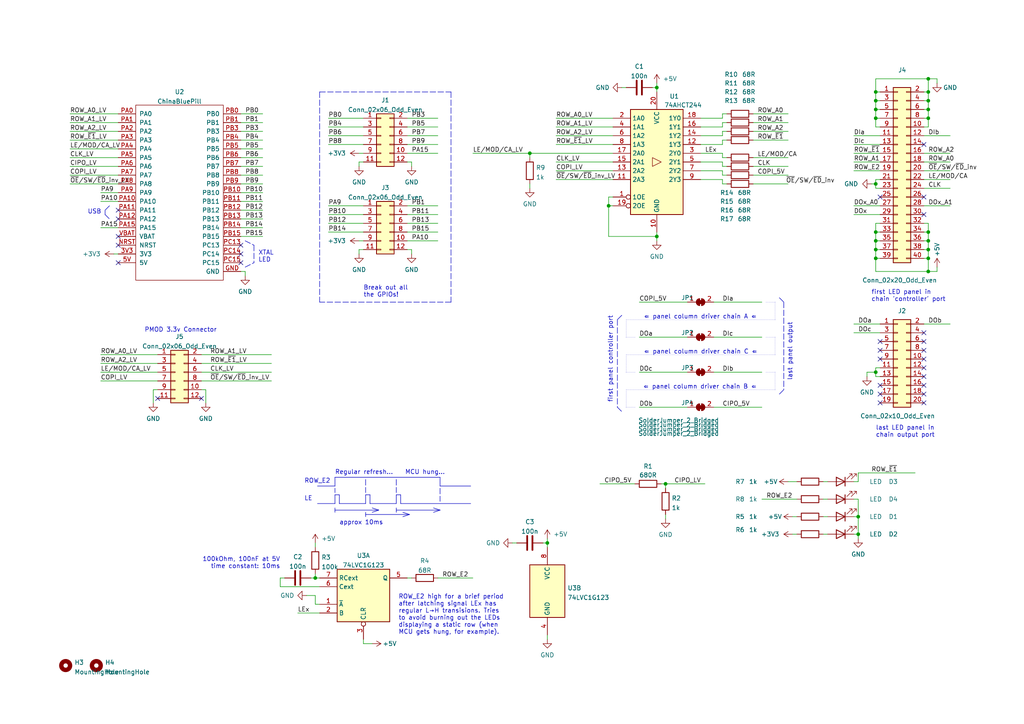
<source format=kicad_sch>
(kicad_sch (version 20210621) (generator eeschema)
  (paper "A4")
  (junction (at 91.44 167.64))
  (junction (at 153.67 44.45))
  (junction (at 158.75 157.48))
  (junction (at 176.53 59.69))
  (junction (at 190.5 25.4))
  (junction (at 190.5 68.58))
  (junction (at 193.04 140.335))
  (junction (at 248.92 149.86))
  (junction (at 248.92 154.94))
  (junction (at 254 26.67))
  (junction (at 254 29.21))
  (junction (at 254 31.75))
  (junction (at 254 34.29))
  (junction (at 254 53.34))
  (junction (at 254 67.31))
  (junction (at 254 69.85))
  (junction (at 254 72.39))
  (junction (at 254 74.93))
  (junction (at 254 107.95))
  (junction (at 269.24 22.86))
  (junction (at 269.24 26.67))
  (junction (at 269.24 29.21))
  (junction (at 269.24 31.75))
  (junction (at 269.24 34.29))
  (junction (at 269.24 67.31))
  (junction (at 269.24 69.85))
  (junction (at 269.24 72.39))
  (junction (at 269.24 74.93))
  (junction (at 269.24 78.74))
  (no_connect (at 34.29 60.96))
  (no_connect (at 34.29 63.5))
  (no_connect (at 34.29 68.58))
  (no_connect (at 34.29 71.12))
  (no_connect (at 34.29 76.2))
  (no_connect (at 45.72 115.57))
  (no_connect (at 58.42 115.57))
  (no_connect (at 69.85 71.12))
  (no_connect (at 69.85 73.66))
  (no_connect (at 69.85 76.2))
  (no_connect (at 255.27 57.15))
  (no_connect (at 255.27 99.06))
  (no_connect (at 255.27 101.6))
  (no_connect (at 255.27 104.14))
  (no_connect (at 255.27 111.76))
  (no_connect (at 255.27 114.3))
  (no_connect (at 255.27 116.84))
  (no_connect (at 267.97 41.91))
  (no_connect (at 267.97 57.15))
  (no_connect (at 267.97 62.23))
  (no_connect (at 267.97 96.52))
  (no_connect (at 267.97 99.06))
  (no_connect (at 267.97 101.6))
  (no_connect (at 267.97 104.14))
  (no_connect (at 267.97 106.68))
  (no_connect (at 267.97 109.22))
  (no_connect (at 267.97 111.76))
  (no_connect (at 267.97 114.3))
  (no_connect (at 267.97 116.84))
  (wire (pts (xy 20.32 33.02) (xy 34.29 33.02)))
  (wire (pts (xy 20.32 35.56) (xy 34.29 35.56)))
  (wire (pts (xy 20.32 38.1) (xy 34.29 38.1)))
  (wire (pts (xy 20.32 40.64) (xy 34.29 40.64)))
  (wire (pts (xy 20.32 43.18) (xy 34.29 43.18)))
  (wire (pts (xy 20.32 45.72) (xy 34.29 45.72)))
  (wire (pts (xy 20.32 48.26) (xy 34.29 48.26)))
  (wire (pts (xy 20.32 50.8) (xy 34.29 50.8)))
  (wire (pts (xy 20.32 53.34) (xy 34.29 53.34)))
  (wire (pts (xy 29.21 55.88) (xy 34.29 55.88)))
  (wire (pts (xy 29.21 58.42) (xy 34.29 58.42)))
  (wire (pts (xy 29.21 66.04) (xy 34.29 66.04)))
  (wire (pts (xy 29.21 102.87) (xy 45.72 102.87)))
  (wire (pts (xy 29.21 105.41) (xy 45.72 105.41)))
  (wire (pts (xy 29.21 110.49) (xy 45.72 110.49)))
  (wire (pts (xy 33.02 73.66) (xy 34.29 73.66)))
  (wire (pts (xy 44.45 113.03) (xy 44.45 116.84)))
  (wire (pts (xy 45.72 107.95) (xy 29.21 107.95)))
  (wire (pts (xy 45.72 113.03) (xy 44.45 113.03)))
  (wire (pts (xy 58.42 102.87) (xy 78.74 102.87)))
  (wire (pts (xy 58.42 105.41) (xy 78.74 105.41)))
  (wire (pts (xy 58.42 107.95) (xy 78.74 107.95)))
  (wire (pts (xy 58.42 110.49) (xy 78.74 110.49)))
  (wire (pts (xy 58.42 113.03) (xy 59.69 113.03)))
  (wire (pts (xy 59.69 113.03) (xy 59.69 116.84)))
  (wire (pts (xy 69.85 33.02) (xy 76.2 33.02)))
  (wire (pts (xy 69.85 35.56) (xy 76.2 35.56)))
  (wire (pts (xy 69.85 38.1) (xy 76.2 38.1)))
  (wire (pts (xy 69.85 40.64) (xy 76.2 40.64)))
  (wire (pts (xy 69.85 43.18) (xy 76.2 43.18)))
  (wire (pts (xy 69.85 45.72) (xy 76.2 45.72)))
  (wire (pts (xy 69.85 48.26) (xy 76.2 48.26)))
  (wire (pts (xy 69.85 50.8) (xy 76.2 50.8)))
  (wire (pts (xy 69.85 53.34) (xy 76.2 53.34)))
  (wire (pts (xy 69.85 55.88) (xy 76.2 55.88)))
  (wire (pts (xy 69.85 58.42) (xy 76.2 58.42)))
  (wire (pts (xy 69.85 60.96) (xy 76.2 60.96)))
  (wire (pts (xy 69.85 63.5) (xy 76.2 63.5)))
  (wire (pts (xy 69.85 66.04) (xy 76.2 66.04)))
  (wire (pts (xy 69.85 68.58) (xy 76.2 68.58)))
  (wire (pts (xy 69.85 78.74) (xy 71.12 78.74)))
  (wire (pts (xy 71.12 78.74) (xy 71.12 80.01)))
  (wire (pts (xy 81.28 167.64) (xy 82.55 167.64)))
  (wire (pts (xy 81.28 170.18) (xy 81.28 167.64)))
  (wire (pts (xy 88.9 172.72) (xy 91.44 172.72)))
  (wire (pts (xy 90.17 167.64) (xy 91.44 167.64)))
  (wire (pts (xy 91.44 157.48) (xy 91.44 158.75)))
  (wire (pts (xy 91.44 166.37) (xy 91.44 167.64)))
  (wire (pts (xy 91.44 167.64) (xy 92.71 167.64)))
  (wire (pts (xy 91.44 172.72) (xy 91.44 175.26)))
  (wire (pts (xy 91.44 175.26) (xy 92.71 175.26)))
  (wire (pts (xy 92.71 170.18) (xy 81.28 170.18)))
  (wire (pts (xy 92.71 177.8) (xy 86.36 177.8)))
  (wire (pts (xy 95.25 34.29) (xy 105.41 34.29)))
  (wire (pts (xy 95.25 36.83) (xy 105.41 36.83)))
  (wire (pts (xy 95.25 39.37) (xy 105.41 39.37)))
  (wire (pts (xy 95.25 41.91) (xy 105.41 41.91)))
  (wire (pts (xy 95.25 59.69) (xy 105.41 59.69)))
  (wire (pts (xy 95.25 62.23) (xy 105.41 62.23)))
  (wire (pts (xy 95.25 64.77) (xy 105.41 64.77)))
  (wire (pts (xy 95.25 67.31) (xy 105.41 67.31)))
  (wire (pts (xy 104.14 44.45) (xy 105.41 44.45)))
  (wire (pts (xy 104.14 46.99) (xy 104.14 48.26)))
  (wire (pts (xy 104.14 69.85) (xy 105.41 69.85)))
  (wire (pts (xy 104.14 72.39) (xy 104.14 73.66)))
  (wire (pts (xy 105.41 46.99) (xy 104.14 46.99)))
  (wire (pts (xy 105.41 72.39) (xy 104.14 72.39)))
  (wire (pts (xy 105.41 185.42) (xy 105.41 186.69)))
  (wire (pts (xy 105.41 186.69) (xy 107.95 186.69)))
  (wire (pts (xy 118.11 34.29) (xy 127 34.29)))
  (wire (pts (xy 118.11 36.83) (xy 127 36.83)))
  (wire (pts (xy 118.11 39.37) (xy 127 39.37)))
  (wire (pts (xy 118.11 41.91) (xy 127 41.91)))
  (wire (pts (xy 118.11 44.45) (xy 127 44.45)))
  (wire (pts (xy 118.11 46.99) (xy 119.38 46.99)))
  (wire (pts (xy 118.11 59.69) (xy 127 59.69)))
  (wire (pts (xy 118.11 62.23) (xy 127 62.23)))
  (wire (pts (xy 118.11 64.77) (xy 127 64.77)))
  (wire (pts (xy 118.11 67.31) (xy 127 67.31)))
  (wire (pts (xy 118.11 69.85) (xy 127 69.85)))
  (wire (pts (xy 118.11 72.39) (xy 119.38 72.39)))
  (wire (pts (xy 118.11 167.64) (xy 119.38 167.64)))
  (wire (pts (xy 119.38 46.99) (xy 119.38 48.26)))
  (wire (pts (xy 119.38 72.39) (xy 119.38 73.66)))
  (wire (pts (xy 127 167.64) (xy 137.16 167.64)))
  (wire (pts (xy 137.16 44.45) (xy 153.67 44.45)))
  (wire (pts (xy 148.59 157.48) (xy 149.86 157.48)))
  (wire (pts (xy 153.67 44.45) (xy 177.8 44.45)))
  (wire (pts (xy 153.67 45.72) (xy 153.67 44.45)))
  (wire (pts (xy 153.67 53.34) (xy 153.67 54.61)))
  (wire (pts (xy 157.48 157.48) (xy 158.75 157.48)))
  (wire (pts (xy 158.75 156.21) (xy 158.75 157.48)))
  (wire (pts (xy 158.75 157.48) (xy 158.75 158.75)))
  (wire (pts (xy 158.75 184.15) (xy 158.75 185.42)))
  (wire (pts (xy 161.29 34.29) (xy 177.8 34.29)))
  (wire (pts (xy 161.29 36.83) (xy 177.8 36.83)))
  (wire (pts (xy 161.29 39.37) (xy 177.8 39.37)))
  (wire (pts (xy 161.29 41.91) (xy 177.8 41.91)))
  (wire (pts (xy 161.29 46.99) (xy 177.8 46.99)))
  (wire (pts (xy 161.29 49.53) (xy 177.8 49.53)))
  (wire (pts (xy 161.29 52.07) (xy 177.8 52.07)))
  (wire (pts (xy 176.53 57.15) (xy 176.53 59.69)))
  (wire (pts (xy 176.53 59.69) (xy 176.53 68.58)))
  (wire (pts (xy 176.53 59.69) (xy 177.8 59.69)))
  (wire (pts (xy 176.53 68.58) (xy 190.5 68.58)))
  (wire (pts (xy 177.8 57.15) (xy 176.53 57.15)))
  (wire (pts (xy 180.34 25.4) (xy 181.61 25.4)))
  (wire (pts (xy 184.15 140.335) (xy 173.99 140.335)))
  (wire (pts (xy 185.42 87.63) (xy 199.39 87.63)))
  (wire (pts (xy 185.42 97.79) (xy 199.39 97.79)))
  (wire (pts (xy 185.42 107.95) (xy 199.39 107.95)))
  (wire (pts (xy 185.42 118.11) (xy 199.39 118.11)))
  (wire (pts (xy 189.23 25.4) (xy 190.5 25.4)))
  (wire (pts (xy 190.5 25.4) (xy 190.5 24.13)))
  (wire (pts (xy 190.5 25.4) (xy 190.5 26.67)))
  (wire (pts (xy 190.5 68.58) (xy 190.5 67.31)))
  (wire (pts (xy 190.5 69.85) (xy 190.5 68.58)))
  (wire (pts (xy 191.77 140.335) (xy 193.04 140.335)))
  (wire (pts (xy 193.04 140.335) (xy 204.47 140.335)))
  (wire (pts (xy 193.04 141.605) (xy 193.04 140.335)))
  (wire (pts (xy 193.04 149.225) (xy 193.04 150.495)))
  (wire (pts (xy 203.2 34.29) (xy 209.55 34.29)))
  (wire (pts (xy 203.2 36.83) (xy 209.55 36.83)))
  (wire (pts (xy 203.2 39.37) (xy 209.55 39.37)))
  (wire (pts (xy 203.2 41.91) (xy 209.55 41.91)))
  (wire (pts (xy 203.2 44.45) (xy 209.55 44.45)))
  (wire (pts (xy 203.2 46.99) (xy 209.55 46.99)))
  (wire (pts (xy 203.2 49.53) (xy 209.55 49.53)))
  (wire (pts (xy 203.2 52.07) (xy 209.55 52.07)))
  (wire (pts (xy 207.01 87.63) (xy 220.98 87.63)))
  (wire (pts (xy 207.01 97.79) (xy 220.98 97.79)))
  (wire (pts (xy 207.01 107.95) (xy 220.98 107.95)))
  (wire (pts (xy 207.01 118.11) (xy 220.98 118.11)))
  (wire (pts (xy 209.55 33.02) (xy 210.82 33.02)))
  (wire (pts (xy 209.55 34.29) (xy 209.55 33.02)))
  (wire (pts (xy 209.55 35.56) (xy 209.55 36.83)))
  (wire (pts (xy 209.55 38.1) (xy 209.55 39.37)))
  (wire (pts (xy 209.55 40.64) (xy 209.55 41.91)))
  (wire (pts (xy 209.55 44.45) (xy 209.55 45.72)))
  (wire (pts (xy 209.55 45.72) (xy 210.82 45.72)))
  (wire (pts (xy 209.55 46.99) (xy 209.55 48.26)))
  (wire (pts (xy 209.55 48.26) (xy 210.82 48.26)))
  (wire (pts (xy 209.55 49.53) (xy 209.55 50.8)))
  (wire (pts (xy 209.55 50.8) (xy 210.82 50.8)))
  (wire (pts (xy 209.55 52.07) (xy 209.55 53.34)))
  (wire (pts (xy 209.55 53.34) (xy 210.82 53.34)))
  (wire (pts (xy 210.82 35.56) (xy 209.55 35.56)))
  (wire (pts (xy 210.82 38.1) (xy 209.55 38.1)))
  (wire (pts (xy 210.82 40.64) (xy 209.55 40.64)))
  (wire (pts (xy 218.44 33.02) (xy 228.6 33.02)))
  (wire (pts (xy 218.44 35.56) (xy 228.6 35.56)))
  (wire (pts (xy 218.44 38.1) (xy 228.6 38.1)))
  (wire (pts (xy 218.44 40.64) (xy 228.6 40.64)))
  (wire (pts (xy 218.44 45.72) (xy 228.6 45.72)))
  (wire (pts (xy 218.44 48.26) (xy 228.6 48.26)))
  (wire (pts (xy 218.44 50.8) (xy 228.6 50.8)))
  (wire (pts (xy 218.44 53.34) (xy 228.6 53.34)))
  (wire (pts (xy 220.98 144.78) (xy 231.14 144.78)))
  (wire (pts (xy 228.6 139.7) (xy 231.14 139.7)))
  (wire (pts (xy 229.87 149.86) (xy 231.14 149.86)))
  (wire (pts (xy 229.87 154.94) (xy 231.14 154.94)))
  (wire (pts (xy 238.76 139.7) (xy 240.03 139.7)))
  (wire (pts (xy 238.76 144.78) (xy 240.03 144.78)))
  (wire (pts (xy 238.76 149.86) (xy 240.03 149.86)))
  (wire (pts (xy 238.76 154.94) (xy 240.03 154.94)))
  (wire (pts (xy 247.65 93.98) (xy 255.27 93.98)))
  (wire (pts (xy 247.65 96.52) (xy 255.27 96.52)))
  (wire (pts (xy 247.65 139.7) (xy 248.92 139.7)))
  (wire (pts (xy 247.65 144.78) (xy 248.92 144.78)))
  (wire (pts (xy 247.65 149.86) (xy 248.92 149.86)))
  (wire (pts (xy 247.65 154.94) (xy 248.92 154.94)))
  (wire (pts (xy 248.92 137.16) (xy 265.43 137.16)))
  (wire (pts (xy 248.92 139.7) (xy 248.92 137.16)))
  (wire (pts (xy 248.92 144.78) (xy 248.92 149.86)))
  (wire (pts (xy 248.92 149.86) (xy 248.92 154.94)))
  (wire (pts (xy 248.92 154.94) (xy 248.92 156.21)))
  (wire (pts (xy 251.46 107.95) (xy 251.46 109.22)))
  (wire (pts (xy 254 22.86) (xy 269.24 22.86)))
  (wire (pts (xy 254 26.67) (xy 254 22.86)))
  (wire (pts (xy 254 29.21) (xy 254 26.67)))
  (wire (pts (xy 254 31.75) (xy 254 29.21)))
  (wire (pts (xy 254 34.29) (xy 254 31.75)))
  (wire (pts (xy 254 36.83) (xy 254 34.29)))
  (wire (pts (xy 254 52.07) (xy 254 53.34)))
  (wire (pts (xy 254 53.34) (xy 252.73 53.34)))
  (wire (pts (xy 254 53.34) (xy 254 54.61)))
  (wire (pts (xy 254 54.61) (xy 255.27 54.61)))
  (wire (pts (xy 254 64.77) (xy 255.27 64.77)))
  (wire (pts (xy 254 67.31) (xy 254 64.77)))
  (wire (pts (xy 254 67.31) (xy 255.27 67.31)))
  (wire (pts (xy 254 69.85) (xy 254 67.31)))
  (wire (pts (xy 254 69.85) (xy 255.27 69.85)))
  (wire (pts (xy 254 72.39) (xy 254 69.85)))
  (wire (pts (xy 254 72.39) (xy 255.27 72.39)))
  (wire (pts (xy 254 74.93) (xy 254 72.39)))
  (wire (pts (xy 254 74.93) (xy 255.27 74.93)))
  (wire (pts (xy 254 78.74) (xy 254 74.93)))
  (wire (pts (xy 254 106.68) (xy 254 107.95)))
  (wire (pts (xy 254 107.95) (xy 251.46 107.95)))
  (wire (pts (xy 254 107.95) (xy 254 109.22)))
  (wire (pts (xy 254 109.22) (xy 255.27 109.22)))
  (wire (pts (xy 255.27 26.67) (xy 254 26.67)))
  (wire (pts (xy 255.27 29.21) (xy 254 29.21)))
  (wire (pts (xy 255.27 31.75) (xy 254 31.75)))
  (wire (pts (xy 255.27 34.29) (xy 254 34.29)))
  (wire (pts (xy 255.27 36.83) (xy 254 36.83)))
  (wire (pts (xy 255.27 39.37) (xy 247.65 39.37)))
  (wire (pts (xy 255.27 41.91) (xy 247.65 41.91)))
  (wire (pts (xy 255.27 44.45) (xy 247.65 44.45)))
  (wire (pts (xy 255.27 46.99) (xy 247.65 46.99)))
  (wire (pts (xy 255.27 49.53) (xy 247.65 49.53)))
  (wire (pts (xy 255.27 52.07) (xy 254 52.07)))
  (wire (pts (xy 255.27 59.69) (xy 247.65 59.69)))
  (wire (pts (xy 255.27 62.23) (xy 247.65 62.23)))
  (wire (pts (xy 255.27 106.68) (xy 254 106.68)))
  (wire (pts (xy 267.97 26.67) (xy 269.24 26.67)))
  (wire (pts (xy 267.97 29.21) (xy 269.24 29.21)))
  (wire (pts (xy 267.97 31.75) (xy 269.24 31.75)))
  (wire (pts (xy 267.97 34.29) (xy 269.24 34.29)))
  (wire (pts (xy 267.97 64.77) (xy 269.24 64.77)))
  (wire (pts (xy 267.97 67.31) (xy 269.24 67.31)))
  (wire (pts (xy 267.97 69.85) (xy 269.24 69.85)))
  (wire (pts (xy 267.97 72.39) (xy 269.24 72.39)))
  (wire (pts (xy 267.97 74.93) (xy 269.24 74.93)))
  (wire (pts (xy 269.24 22.86) (xy 269.24 26.67)))
  (wire (pts (xy 269.24 22.86) (xy 271.78 22.86)))
  (wire (pts (xy 269.24 26.67) (xy 269.24 29.21)))
  (wire (pts (xy 269.24 29.21) (xy 269.24 31.75)))
  (wire (pts (xy 269.24 31.75) (xy 269.24 34.29)))
  (wire (pts (xy 269.24 34.29) (xy 269.24 36.83)))
  (wire (pts (xy 269.24 36.83) (xy 267.97 36.83)))
  (wire (pts (xy 269.24 64.77) (xy 269.24 67.31)))
  (wire (pts (xy 269.24 67.31) (xy 269.24 69.85)))
  (wire (pts (xy 269.24 69.85) (xy 269.24 72.39)))
  (wire (pts (xy 269.24 72.39) (xy 269.24 74.93)))
  (wire (pts (xy 269.24 74.93) (xy 269.24 78.74)))
  (wire (pts (xy 269.24 78.74) (xy 254 78.74)))
  (wire (pts (xy 269.24 78.74) (xy 271.78 78.74)))
  (wire (pts (xy 271.78 22.86) (xy 271.78 24.13)))
  (wire (pts (xy 271.78 78.74) (xy 271.78 77.47)))
  (wire (pts (xy 275.59 39.37) (xy 267.97 39.37)))
  (wire (pts (xy 275.59 44.45) (xy 267.97 44.45)))
  (wire (pts (xy 275.59 46.99) (xy 267.97 46.99)))
  (wire (pts (xy 275.59 49.53) (xy 267.97 49.53)))
  (wire (pts (xy 275.59 52.07) (xy 267.97 52.07)))
  (wire (pts (xy 275.59 54.61) (xy 267.97 54.61)))
  (wire (pts (xy 275.59 59.69) (xy 267.97 59.69)))
  (wire (pts (xy 275.59 93.98) (xy 267.97 93.98)))
  (polyline (pts (xy 30.48 60.96) (xy 30.48 62.23)))
  (polyline (pts (xy 30.48 62.23) (xy 31.75 63.5)))
  (polyline (pts (xy 31.75 59.69) (xy 30.48 60.96)))
  (polyline (pts (xy 71.12 69.85) (xy 73.66 71.12)))
  (polyline (pts (xy 71.12 77.47) (xy 73.66 76.2)))
  (polyline (pts (xy 73.66 71.12) (xy 73.66 76.2)))
  (polyline (pts (xy 92.075 140.97) (xy 97.155 140.97)) (stroke (width 0) (type solid)))
  (polyline (pts (xy 92.075 146.05) (xy 97.155 146.05)) (stroke (width 0) (type solid)))
  (polyline (pts (xy 92.71 26.67) (xy 92.71 87.63)))
  (polyline (pts (xy 92.71 26.67) (xy 130.81 26.67)))
  (polyline (pts (xy 97.155 138.43) (xy 127.635 138.43)) (stroke (width 0) (type solid)))
  (polyline (pts (xy 97.155 140.97) (xy 97.155 138.43)) (stroke (width 0) (type solid)))
  (polyline (pts (xy 97.155 141.605) (xy 97.155 142.875)))
  (polyline (pts (xy 97.155 143.51) (xy 98.425 143.51)) (stroke (width 0) (type solid)))
  (polyline (pts (xy 97.155 146.05) (xy 97.155 143.51)) (stroke (width 0) (type solid)))
  (polyline (pts (xy 97.155 147.32) (xy 97.155 148.59)) (stroke (width 0) (type solid)))
  (polyline (pts (xy 97.155 147.955) (xy 109.855 147.955)) (stroke (width 0) (type solid)))
  (polyline (pts (xy 98.425 143.51) (xy 98.425 146.05)) (stroke (width 0) (type solid)))
  (polyline (pts (xy 98.425 146.05) (xy 106.045 146.05)) (stroke (width 0) (type solid)))
  (polyline (pts (xy 106.045 139.065) (xy 106.045 142.875)))
  (polyline (pts (xy 106.045 143.51) (xy 107.315 143.51)) (stroke (width 0) (type solid)))
  (polyline (pts (xy 106.045 146.05) (xy 106.045 143.51)) (stroke (width 0) (type solid)))
  (polyline (pts (xy 106.045 148.59) (xy 106.045 149.86)) (stroke (width 0) (type solid)))
  (polyline (pts (xy 106.045 149.225) (xy 118.745 149.225)) (stroke (width 0) (type solid)))
  (polyline (pts (xy 107.315 143.51) (xy 107.315 146.05)) (stroke (width 0) (type solid)))
  (polyline (pts (xy 107.315 146.05) (xy 114.935 146.05)) (stroke (width 0) (type solid)))
  (polyline (pts (xy 107.95 147.32) (xy 109.855 147.955)) (stroke (width 0) (type solid)))
  (polyline (pts (xy 107.95 148.59) (xy 109.855 147.955)) (stroke (width 0) (type solid)))
  (polyline (pts (xy 114.935 139.065) (xy 114.935 142.875)))
  (polyline (pts (xy 114.935 143.51) (xy 116.205 143.51)) (stroke (width 0) (type solid)))
  (polyline (pts (xy 114.935 146.05) (xy 114.935 143.51)) (stroke (width 0) (type solid)))
  (polyline (pts (xy 114.935 147.32) (xy 114.935 148.59)) (stroke (width 0) (type solid)))
  (polyline (pts (xy 114.935 147.955) (xy 127.635 147.955)) (stroke (width 0) (type solid)))
  (polyline (pts (xy 116.205 143.51) (xy 116.205 146.05)) (stroke (width 0) (type solid)))
  (polyline (pts (xy 116.205 146.05) (xy 136.525 146.05)) (stroke (width 0) (type solid)))
  (polyline (pts (xy 116.84 148.59) (xy 118.745 149.225)) (stroke (width 0) (type solid)))
  (polyline (pts (xy 116.84 149.86) (xy 118.745 149.225)) (stroke (width 0) (type solid)))
  (polyline (pts (xy 125.73 147.32) (xy 127.635 147.955)) (stroke (width 0) (type solid)))
  (polyline (pts (xy 125.73 148.59) (xy 127.635 147.955)) (stroke (width 0) (type solid)))
  (polyline (pts (xy 127.635 138.43) (xy 127.635 140.97)) (stroke (width 0) (type solid)))
  (polyline (pts (xy 127.635 140.97) (xy 136.525 140.97)) (stroke (width 0) (type solid)))
  (polyline (pts (xy 127.635 141.605) (xy 127.635 145.415)))
  (polyline (pts (xy 130.81 26.67) (xy 130.81 87.63)))
  (polyline (pts (xy 130.81 87.63) (xy 92.71 87.63)))
  (polyline (pts (xy 179.07 92.71) (xy 179.07 118.11)))
  (polyline (pts (xy 179.07 118.11) (xy 180.34 119.38)))
  (polyline (pts (xy 180.34 91.44) (xy 179.07 92.71)))
  (polyline (pts (xy 181.61 92.71) (xy 181.61 97.79)) (stroke (width 0.1) (type dot)))
  (polyline (pts (xy 181.61 97.79) (xy 184.15 97.79)) (stroke (width 0.1) (type dot)))
  (polyline (pts (xy 181.61 102.87) (xy 181.61 107.95)) (stroke (width 0.1) (type dot)))
  (polyline (pts (xy 181.61 107.95) (xy 184.15 107.95)) (stroke (width 0.1) (type dot)))
  (polyline (pts (xy 181.61 113.03) (xy 181.61 118.11)) (stroke (width 0.1) (type dot)))
  (polyline (pts (xy 181.61 118.11) (xy 184.15 118.11)) (stroke (width 0.1) (type dot)))
  (polyline (pts (xy 222.25 87.63) (xy 224.79 87.63)) (stroke (width 0.1) (type dot)))
  (polyline (pts (xy 222.25 97.79) (xy 224.79 97.79)) (stroke (width 0.1) (type dot)))
  (polyline (pts (xy 222.25 107.95) (xy 224.79 107.95)) (stroke (width 0.1) (type dot)))
  (polyline (pts (xy 224.79 87.63) (xy 224.79 92.71)) (stroke (width 0.1) (type dot)))
  (polyline (pts (xy 224.79 92.71) (xy 181.61 92.71)) (stroke (width 0.1) (type dot)))
  (polyline (pts (xy 224.79 97.79) (xy 224.79 102.87)) (stroke (width 0.1) (type dot)))
  (polyline (pts (xy 224.79 102.87) (xy 181.61 102.87)) (stroke (width 0.1) (type dot)))
  (polyline (pts (xy 224.79 107.95) (xy 224.79 113.03)) (stroke (width 0.1) (type dot)))
  (polyline (pts (xy 224.79 113.03) (xy 181.61 113.03)) (stroke (width 0.1) (type dot)))
  (polyline (pts (xy 226.06 86.36) (xy 227.33 87.63)))
  (polyline (pts (xy 226.06 114.3) (xy 227.33 113.03)))
  (polyline (pts (xy 227.33 87.63) (xy 227.33 113.03)))
  (text "USB" (at 25.4 62.23 0) (effects (font (size 1.27 1.27)) (justify left bottom)))
  (text "PMOD 3.3v Connector" (at 41.91 96.52 0) (effects (font (size 1.27 1.27)) (justify left bottom)))
  (text "XTAL\nLED" (at 74.93 76.2 0) (effects (font (size 1.27 1.27)) (justify left bottom)))
  (text "100kOhm, 100nF at 5V\n time constant: 10ms" (at 81.28 165.1 180) (effects (font (size 1.27 1.27)) (justify right bottom)))
  (text "ROW_E2" (at 88.265 140.335 0) (effects (font (size 1.27 1.27)) (justify left bottom)))
  (text "LE" (at 88.265 145.415 0) (effects (font (size 1.27 1.27)) (justify left bottom)))
  (text "Regular refresh..." (at 97.155 137.795 0) (effects (font (size 1.27 1.27)) (justify left bottom)))
  (text "approx 10ms" (at 98.425 152.4 0) (effects (font (size 1.27 1.27)) (justify left bottom)))
  (text "Break out all\nthe GPIOs!" (at 105.41 86.36 0) (effects (font (size 1.27 1.27)) (justify left bottom)))
  (text "ROW_E2 high for a brief period\nafter latching signal LEx has\nregular L→H transisions. Tries\nto avoid burning out the LEDs\ndisplaying a static row (when\nMCU gets hung, for example)." (at 115.57 184.15 0) (effects (font (size 1.27 1.27)) (justify left bottom)))
  (text "MCU hung..." (at 117.475 137.795 0) (effects (font (size 1.27 1.27)) (justify left bottom)))
  (text "first panel controller port" (at 177.8 116.84 90) (effects (font (size 1.27 1.27)) (justify left bottom)))
  (text "⇐ panel column driver chain B ⇐" (at 186.5034 113.03 0) (effects (font (size 1.27 1.27)) (justify left bottom)))
  (text "⇐ panel column driver chain A ⇐" (at 186.69 92.71 0) (effects (font (size 1.27 1.27)) (justify left bottom)))
  (text "⇐ panel column driver chain C ⇐" (at 186.69 102.87 0) (effects (font (size 1.27 1.27)) (justify left bottom)))
  (text "last panel output" (at 229.87 110.49 90) (effects (font (size 1.27 1.27)) (justify left bottom)))
  (text "first LED panel in\nchain 'controller' port" (at 252.73 87.63 0) (effects (font (size 1.27 1.27)) (justify left bottom)))
  (text "last LED panel in\nchain output port" (at 254 127 0) (effects (font (size 1.27 1.27)) (justify left bottom)))
  (label "ROW_A0_LV" (at 20.32 33.02 0))
  (label "ROW_A1_LV" (at 20.32 35.56 0))
  (label "ROW_A2_LV" (at 20.32 38.1 0))
  (label "ROW_~{E1}_LV" (at 20.32 40.64 0))
  (label "LE{slash}MOD{slash}CA_LV" (at 20.32 43.18 0))
  (label "CLK_LV" (at 20.32 45.72 0))
  (label "CIPO_LV" (at 20.32 48.26 0))
  (label "COPI_LV" (at 20.32 50.8 0))
  (label "~{OE}{slash}SW{slash}~{ED}_inv_LV" (at 20.32 53.34 0))
  (label "PA9" (at 29.21 55.88 0))
  (label "PA10" (at 29.21 58.42 0))
  (label "PA15" (at 29.21 66.04 0))
  (label "ROW_A0_LV" (at 29.21 102.87 0))
  (label "ROW_A2_LV" (at 29.21 105.41 0))
  (label "LE{slash}MOD{slash}CA_LV" (at 29.21 107.95 0))
  (label "COPI_LV" (at 29.21 110.49 0))
  (label "ROW_A1_LV" (at 60.96 102.87 0))
  (label "ROW_~{E1}_LV" (at 60.96 105.41 0))
  (label "CLK_LV" (at 60.96 107.95 0))
  (label "~{OE}{slash}SW{slash}~{ED}_inv_LV" (at 60.96 110.49 0))
  (label "PB0" (at 71.12 33.02 0))
  (label "PB1" (at 71.12 35.56 0))
  (label "PB3" (at 71.12 38.1 0))
  (label "PB4" (at 71.12 40.64 0))
  (label "PB5" (at 71.12 43.18 0))
  (label "PB6" (at 71.12 45.72 0))
  (label "PB7" (at 71.12 48.26 0))
  (label "PB8" (at 71.12 50.8 0))
  (label "PB9" (at 71.12 53.34 0))
  (label "PB10" (at 71.12 55.88 0))
  (label "PB11" (at 71.12 58.42 0))
  (label "PB12" (at 71.12 60.96 0))
  (label "PB13" (at 71.12 63.5 0))
  (label "PB14" (at 71.12 66.04 0))
  (label "PB15" (at 71.12 68.58 0))
  (label "LEx" (at 86.36 177.8 0))
  (label "PB0" (at 95.25 34.29 0))
  (label "PB4" (at 95.25 36.83 0))
  (label "PB6" (at 95.25 39.37 0))
  (label "PB8" (at 95.25 41.91 0))
  (label "PA9" (at 95.25 59.69 0))
  (label "PB10" (at 95.25 62.23 0))
  (label "PB12" (at 95.25 64.77 0))
  (label "PB14" (at 95.25 67.31 0))
  (label "PB3" (at 119.38 34.29 0))
  (label "PB5" (at 119.38 36.83 0))
  (label "PB7" (at 119.38 39.37 0))
  (label "PB9" (at 119.38 41.91 0))
  (label "PA15" (at 119.38 44.45 0))
  (label "PB1" (at 119.38 59.69 0))
  (label "PB11" (at 119.38 62.23 0))
  (label "PB13" (at 119.38 64.77 0))
  (label "PB15" (at 119.38 67.31 0))
  (label "PA10" (at 119.38 69.85 0))
  (label "ROW_E2" (at 128.27 167.64 0))
  (label "LE{slash}MOD{slash}CA_LV" (at 137.16 44.45 0))
  (label "ROW_A0_LV" (at 161.29 34.29 0))
  (label "ROW_A1_LV" (at 161.29 36.83 0))
  (label "ROW_A2_LV" (at 161.29 39.37 0))
  (label "ROW_~{E1}_LV" (at 161.29 41.91 0))
  (label "CLK_LV" (at 161.29 46.99 0))
  (label "COPI_LV" (at 161.29 49.53 0))
  (label "~{OE}{slash}SW{slash}~{ED}_inv_LV" (at 161.29 52.07 0))
  (label "CIPO_5V" (at 175.26 140.335 0))
  (label "COPI_5V" (at 185.42 87.63 0))
  (label "DOa" (at 185.42 97.79 0))
  (label "DOc" (at 185.42 107.95 0))
  (label "DOb" (at 185.42 118.11 0))
  (label "CIPO_LV" (at 195.58 140.335 0))
  (label "LEx" (at 204.47 44.45 0))
  (label "DIa" (at 209.55 87.63 0))
  (label "DIc" (at 209.55 97.79 0))
  (label "DIb" (at 209.55 107.95 0))
  (label "CIPO_5V" (at 209.55 118.11 0))
  (label "ROW_A0" (at 219.71 33.02 0))
  (label "ROW_A1" (at 219.71 35.56 0))
  (label "ROW_A2" (at 219.71 38.1 0))
  (label "ROW_~{E1}" (at 219.71 40.64 0))
  (label "LE{slash}MOD{slash}CA" (at 219.71 45.72 0))
  (label "CLK" (at 219.71 48.26 0))
  (label "COPI_5V" (at 219.71 50.8 0))
  (label "ROW_E2" (at 222.25 144.78 0))
  (label "~{OE}{slash}SW{slash}~{ED}_inv" (at 227.965 53.34 0))
  (label "DIa" (at 247.65 39.37 0))
  (label "DIc" (at 247.65 41.91 0))
  (label "ROW_~{E1}" (at 247.65 44.45 0))
  (label "ROW_A1" (at 247.65 46.99 0))
  (label "ROW_E2" (at 247.65 49.53 0))
  (label "DOx_A0" (at 247.65 59.69 0))
  (label "DOx" (at 247.65 62.23 0))
  (label "DOa" (at 248.92 93.98 0))
  (label "DOc" (at 248.92 96.52 0))
  (label "ROW_~{E1}" (at 252.73 137.16 0))
  (label "DIb" (at 269.24 39.37 0))
  (label "ROW_A2" (at 269.24 44.45 0))
  (label "ROW_A0" (at 269.24 46.99 0))
  (label "~{OE}{slash}SW{slash}~{ED}_inv" (at 269.24 49.53 0))
  (label "LE{slash}MOD{slash}CA" (at 269.24 52.07 0))
  (label "CLK" (at 269.24 54.61 0))
  (label "DOx_A1" (at 269.24 59.69 0))
  (label "DOb" (at 269.24 93.98 0))
  (symbol (lib_id "power:+3V3") (at 33.02 73.66 90) (unit 1)
    (property "Reference" "#PWR09" (effects hide))
    (property "Value" "+3V3" (at 29.21 73.66 90) (effects (justify left)))
  )
  (symbol (lib_id "power:+5V") (at 91.44 157.48 0) (unit 1)
    (property "Reference" "#PWR010" (effects hide))
    (property "Value" "+5V" (at 95.25 156.21 0))
  )
  (symbol (lib_id "power:+3V3") (at 104.14 44.45 90) (unit 1)
    (property "Reference" "#PWR020" (effects hide))
    (property "Value" "+3V3" (at 100.33 44.45 90) (effects (justify left)))
  )
  (symbol (lib_id "power:+3V3") (at 104.14 69.85 90) (unit 1)
    (property "Reference" "#PWR022" (effects hide))
    (property "Value" "+3V3" (at 100.33 69.85 90) (effects (justify left)))
  )
  (symbol (lib_id "power:+5V") (at 107.95 186.69 270) (unit 1)
    (property "Reference" "#PWR012" (effects hide))
    (property "Value" "+5V" (at 113.03 186.69 90))
  )
  (symbol (lib_id "power:+5V") (at 158.75 156.21 0) (unit 1)
    (property "Reference" "#PWR014" (effects hide))
    (property "Value" "+5V" (at 162.56 154.94 0))
  )
  (symbol (lib_id "power:+5V") (at 190.5 24.13 0) (unit 1)
    (property "Reference" "#PWR06" (effects hide))
    (property "Value" "+5V" (at 194.31 22.86 0))
  )
  (symbol (lib_id "power:+5V") (at 228.6 139.7 90) (unit 1)
    (property "Reference" "#PWR019" (effects hide))
    (property "Value" "+5V" (at 223.52 139.7 90))
  )
  (symbol (lib_id "power:+5V") (at 229.87 149.86 90) (unit 1)
    (property "Reference" "#PWR016" (effects hide))
    (property "Value" "+5V" (at 224.79 149.86 90))
  )
  (symbol (lib_id "power:+3V3") (at 229.87 154.94 90) (unit 1)
    (property "Reference" "#PWR017" (effects hide))
    (property "Value" "+3V3" (at 226.06 154.94 90) (effects (justify left)))
  )
  (symbol (lib_id "power:+5V") (at 271.78 77.47 0) (unit 1)
    (property "Reference" "#PWR03" (effects hide))
    (property "Value" "+5V" (at 271.78 72.39 90))
  )
  (symbol (lib_id "power:GND") (at 44.45 116.84 0) (unit 1)
    (property "Reference" "#PWR027" (effects hide))
    (property "Value" "GND" (at 44.45 121.4026 0))
  )
  (symbol (lib_id "power:GND") (at 59.69 116.84 0) (unit 1)
    (property "Reference" "#PWR028" (effects hide))
    (property "Value" "GND" (at 59.69 121.4026 0))
  )
  (symbol (lib_id "power:GND") (at 71.12 80.01 0) (unit 1)
    (property "Reference" "#PWR0101" (effects hide))
    (property "Value" "GND" (at 71.12 84.5726 0))
  )
  (symbol (lib_id "power:GND") (at 88.9 172.72 270) (unit 1)
    (property "Reference" "#PWR011" (effects hide))
    (property "Value" "GND" (at 81.28 172.72 90) (effects (justify left)))
  )
  (symbol (lib_id "power:GND") (at 104.14 48.26 0) (unit 1)
    (property "Reference" "#PWR021" (effects hide))
    (property "Value" "GND" (at 104.14 52.8226 0))
  )
  (symbol (lib_id "power:GND") (at 104.14 73.66 0) (unit 1)
    (property "Reference" "#PWR023" (effects hide))
    (property "Value" "GND" (at 104.14 78.2226 0))
  )
  (symbol (lib_id "power:GND") (at 119.38 48.26 0) (unit 1)
    (property "Reference" "#PWR024" (effects hide))
    (property "Value" "GND" (at 119.38 52.8226 0))
  )
  (symbol (lib_id "power:GND") (at 119.38 73.66 0) (unit 1)
    (property "Reference" "#PWR025" (effects hide))
    (property "Value" "GND" (at 119.38 78.2226 0))
  )
  (symbol (lib_id "power:GND") (at 148.59 157.48 270) (unit 1)
    (property "Reference" "#PWR013" (effects hide))
    (property "Value" "GND" (at 140.97 157.48 90) (effects (justify left)))
  )
  (symbol (lib_id "power:GND") (at 153.67 54.61 0) (unit 1)
    (property "Reference" "#PWR026" (effects hide))
    (property "Value" "GND" (at 153.67 59.1726 0))
  )
  (symbol (lib_id "power:GND") (at 158.75 185.42 0) (unit 1)
    (property "Reference" "#PWR015" (effects hide))
    (property "Value" "GND" (at 158.75 189.9826 0))
  )
  (symbol (lib_id "power:GND") (at 180.34 25.4 270) (unit 1)
    (property "Reference" "#PWR05" (effects hide))
    (property "Value" "GND" (at 172.72 25.4 90) (effects (justify left)))
  )
  (symbol (lib_id "power:GND") (at 190.5 69.85 0) (unit 1)
    (property "Reference" "#PWR07" (effects hide))
    (property "Value" "GND" (at 190.5 74.4126 0))
  )
  (symbol (lib_id "power:GND") (at 193.04 150.495 0) (unit 1)
    (property "Reference" "#PWR08" (effects hide))
    (property "Value" "GND" (at 193.04 155.0576 0))
  )
  (symbol (lib_id "power:GND") (at 248.92 156.21 0) (unit 1)
    (property "Reference" "#PWR018" (effects hide))
    (property "Value" "GND" (at 248.92 160.7726 0))
  )
  (symbol (lib_id "power:GND") (at 251.46 109.22 0) (unit 1)
    (property "Reference" "#PWR04" (effects hide))
    (property "Value" "GND" (at 251.46 113.7826 0))
  )
  (symbol (lib_id "power:GND") (at 252.73 53.34 270) (unit 1)
    (property "Reference" "#PWR01" (effects hide))
    (property "Value" "GND" (at 248.92 53.34 90) (effects (justify right)))
  )
  (symbol (lib_id "power:GND") (at 271.78 24.13 0) (unit 1)
    (property "Reference" "#PWR02" (effects hide))
    (property "Value" "GND" (at 275.59 25.4 0))
  )
  (symbol (lib_id "Mechanical:MountingHole") (at 19.05 193.04 0) (unit 1)
    (property "Reference" "H3" (at 21.5901 192.1315 0) (effects (justify left)))
    (property "Value" "MountingHole" (at 21.5901 194.9066 0) (effects (justify left)))
    (property "Footprint" "MountingHole:MountingHole_4.3mm_M4" (effects hide))
  )
  (symbol (lib_id "Mechanical:MountingHole") (at 27.94 193.04 0) (unit 1)
    (property "Reference" "H4" (at 30.4801 192.1315 0) (effects (justify left)))
    (property "Value" "MountingHole" (at 30.4801 194.9066 0) (effects (justify left)))
    (property "Footprint" "MountingHole:MountingHole_4.3mm_M4" (effects hide))
  )
  (symbol (lib_id "Jumper:SolderJumper_2_Bridged") (at 203.2 87.63 0) (unit 1)
    (property "Reference" "JP1" (at 199.39 86.36 0))
    (property "Value" "SolderJumper_2_Bridged" (at 196.85 121.92 0))
    (property "Footprint" "Jumper:SolderJumper-2_P1.3mm_Bridged_Pad1.0x1.5mm" (effects hide))
  )
  (symbol (lib_id "Jumper:SolderJumper_2_Bridged") (at 203.2 97.79 0) (unit 1)
    (property "Reference" "JP2" (at 199.39 96.52 0))
    (property "Value" "SolderJumper_2_Bridged" (at 196.85 123.19 0))
    (property "Footprint" "Jumper:SolderJumper-2_P1.3mm_Bridged_Pad1.0x1.5mm" (effects hide))
  )
  (symbol (lib_id "Jumper:SolderJumper_2_Bridged") (at 203.2 107.95 0) (unit 1)
    (property "Reference" "JP3" (at 199.39 106.68 0))
    (property "Value" "SolderJumper_2_Bridged" (at 196.85 124.46 0))
    (property "Footprint" "Jumper:SolderJumper-2_P1.3mm_Bridged_Pad1.0x1.5mm" (effects hide))
  )
  (symbol (lib_id "Jumper:SolderJumper_2_Bridged") (at 203.2 118.11 0) (unit 1)
    (property "Reference" "JP4" (at 199.39 116.84 0))
    (property "Value" "SolderJumper_2_Bridged" (at 196.85 125.73 0))
    (property "Footprint" "Jumper:SolderJumper-2_P1.3mm_Bridged_Pad1.0x1.5mm" (effects hide))
  )
  (symbol (lib_id "Device:R") (at 91.44 162.56 180) (unit 1)
    (property "Reference" "R3" (at 93.2181 161.6515 0) (effects (justify right)))
    (property "Value" "100k" (at 93.2181 164.4266 0) (effects (justify right)))
    (property "Footprint" "Resistor_SMD:R_0603_1608Metric" (effects hide))
  )
  (symbol (lib_id "Device:R") (at 123.19 167.64 270) (unit 1)
    (property "Reference" "R4" (at 123.19 162.6574 90))
    (property "Value" "68R" (at 123.19 165.4325 90))
    (property "Footprint" "Resistor_SMD:R_0603_1608Metric" (effects hide))
  )
  (symbol (lib_id "Device:R") (at 153.67 49.53 180) (unit 1)
    (property "Reference" "R9" (at 155.4481 48.6215 0) (effects (justify right)))
    (property "Value" "1k" (at 155.4481 51.3966 0) (effects (justify right)))
    (property "Footprint" "Resistor_SMD:R_0603_1608Metric" (effects hide))
  )
  (symbol (lib_id "Device:R") (at 187.96 140.335 90) (unit 1)
    (property "Reference" "R1" (at 187.96 135.255 90))
    (property "Value" "680R" (at 187.96 137.795 90))
    (property "Footprint" "Resistor_SMD:R_0603_1608Metric" (effects hide))
  )
  (symbol (lib_id "Device:R") (at 193.04 145.415 180) (unit 1)
    (property "Reference" "R2" (at 194.8181 144.5065 0) (effects (justify right)))
    (property "Value" "1k" (at 194.8181 147.2816 0) (effects (justify right)))
    (property "Footprint" "Resistor_SMD:R_0603_1608Metric" (effects hide))
  )
  (symbol (lib_id "Device:R") (at 214.63 33.02 270) (unit 1)
    (property "Reference" "R10" (at 212.09 21.59 90))
    (property "Value" "68R" (at 217.17 21.59 90))
    (property "Footprint" "Resistor_SMD:R_0603_1608Metric" (effects hide))
  )
  (symbol (lib_id "Device:R") (at 214.63 35.56 270) (unit 1)
    (property "Reference" "R11" (at 212.09 24.13 90))
    (property "Value" "68R" (at 217.17 24.13 90))
    (property "Footprint" "Resistor_SMD:R_0603_1608Metric" (effects hide))
  )
  (symbol (lib_id "Device:R") (at 214.63 38.1 270) (unit 1)
    (property "Reference" "R12" (at 212.09 26.67 90))
    (property "Value" "68R" (at 217.17 26.67 90))
    (property "Footprint" "Resistor_SMD:R_0603_1608Metric" (effects hide))
  )
  (symbol (lib_id "Device:R") (at 214.63 40.64 270) (unit 1)
    (property "Reference" "R13" (at 212.09 29.21 90))
    (property "Value" "68R" (at 217.17 29.21 90))
    (property "Footprint" "Resistor_SMD:R_0603_1608Metric" (effects hide))
  )
  (symbol (lib_id "Device:R") (at 214.63 45.72 270) (unit 1)
    (property "Reference" "R14" (at 210.82 55.88 90))
    (property "Value" "68R" (at 215.9 55.88 90))
    (property "Footprint" "Resistor_SMD:R_0603_1608Metric" (effects hide))
  )
  (symbol (lib_id "Device:R") (at 214.63 48.26 270) (unit 1)
    (property "Reference" "R15" (at 210.82 58.42 90))
    (property "Value" "68R" (at 215.9 58.42 90))
    (property "Footprint" "Resistor_SMD:R_0603_1608Metric" (effects hide))
  )
  (symbol (lib_id "Device:R") (at 214.63 50.8 270) (unit 1)
    (property "Reference" "R16" (at 210.82 60.96 90))
    (property "Value" "68R" (at 215.9 60.96 90))
    (property "Footprint" "Resistor_SMD:R_0603_1608Metric" (effects hide))
  )
  (symbol (lib_id "Device:R") (at 214.63 53.34 270) (unit 1)
    (property "Reference" "R17" (at 210.82 63.5 90))
    (property "Value" "68R" (at 215.9 63.5 90))
    (property "Footprint" "Resistor_SMD:R_0603_1608Metric" (effects hide))
  )
  (symbol (lib_id "Device:R") (at 234.95 139.7 270) (unit 1)
    (property "Reference" "R7" (at 214.63 139.7 90))
    (property "Value" "1k" (at 218.44 139.7 90))
    (property "Footprint" "Resistor_SMD:R_0603_1608Metric" (effects hide))
  )
  (symbol (lib_id "Device:R") (at 234.95 144.78 270) (unit 1)
    (property "Reference" "R8" (at 214.63 144.78 90))
    (property "Value" "1k" (at 218.44 144.78 90))
    (property "Footprint" "Resistor_SMD:R_0603_1608Metric" (effects hide))
  )
  (symbol (lib_id "Device:R") (at 234.95 149.86 270) (unit 1)
    (property "Reference" "R5" (at 214.63 149.86 90))
    (property "Value" "1k" (at 218.44 149.86 90))
    (property "Footprint" "Resistor_SMD:R_0603_1608Metric" (effects hide))
  )
  (symbol (lib_id "Device:R") (at 234.95 154.94 270) (unit 1)
    (property "Reference" "R6" (at 214.63 153.67 90))
    (property "Value" "1k" (at 218.44 153.67 90))
    (property "Footprint" "Resistor_SMD:R_0603_1608Metric" (effects hide))
  )
  (symbol (lib_id "Device:LED") (at 243.84 139.7 180) (unit 1)
    (property "Reference" "D3" (at 259.08 139.7 0))
    (property "Value" "LED" (at 254 139.7 0))
    (property "Footprint" "LED_SMD:LED_0603_1608Metric" (effects hide))
  )
  (symbol (lib_id "Device:LED") (at 243.84 144.78 180) (unit 1)
    (property "Reference" "D4" (at 259.08 144.78 0))
    (property "Value" "LED" (at 254 144.78 0))
    (property "Footprint" "LED_SMD:LED_0603_1608Metric" (effects hide))
  )
  (symbol (lib_id "Device:LED") (at 243.84 149.86 180) (unit 1)
    (property "Reference" "D1" (at 259.08 149.86 0))
    (property "Value" "LED" (at 254 149.86 0))
    (property "Footprint" "LED_SMD:LED_0603_1608Metric" (effects hide))
  )
  (symbol (lib_id "Device:LED") (at 243.84 154.94 180) (unit 1)
    (property "Reference" "D2" (at 259.08 154.94 0))
    (property "Value" "LED" (at 254 154.94 0))
    (property "Footprint" "LED_SMD:LED_0603_1608Metric" (effects hide))
  )
  (symbol (lib_id "Device:C") (at 86.36 167.64 90) (unit 1)
    (property "Reference" "C2" (at 86.36 161.5144 90))
    (property "Value" "100n" (at 86.36 164.2895 90))
    (property "Footprint" "Capacitor_SMD:C_0603_1608Metric" (effects hide))
  )
  (symbol (lib_id "Device:C") (at 153.67 157.48 90) (unit 1)
    (property "Reference" "C3" (at 153.67 151.3544 90))
    (property "Value" "100n" (at 153.67 154.1295 90))
    (property "Footprint" "Capacitor_SMD:C_0603_1608Metric" (effects hide))
  )
  (symbol (lib_id "Device:C") (at 185.42 25.4 90) (unit 1)
    (property "Reference" "C1" (at 185.42 19.2744 90))
    (property "Value" "100n" (at 185.42 22.0495 90))
    (property "Footprint" "Capacitor_SMD:C_0603_1608Metric" (effects hide))
  )
  (symbol (lib_id "Connector_Generic:Conn_02x06_Odd_Even") (at 50.8 107.95 0) (unit 1)
    (property "Reference" "J5" (at 52.07 97.6334 0))
    (property "Value" "Conn_02x06_Odd_Even" (at 52.07 100.4085 0))
    (property "Footprint" "Connector_PinHeader_2.54mm:PinHeader_2x06_P2.54mm_Vertical" (effects hide))
  )
  (symbol (lib_id "Connector_Generic:Conn_02x06_Odd_Even") (at 110.49 39.37 0) (unit 1)
    (property "Reference" "J1" (at 111.76 29.0534 0))
    (property "Value" "Conn_02x06_Odd_Even" (at 111.76 31.8285 0))
    (property "Footprint" "Connector_PinHeader_2.54mm:PinHeader_2x06_P2.54mm_Vertical" (effects hide))
  )
  (symbol (lib_id "Connector_Generic:Conn_02x06_Odd_Even") (at 110.49 64.77 0) (unit 1)
    (property "Reference" "J3" (at 111.76 54.4534 0))
    (property "Value" "Conn_02x06_Odd_Even" (at 111.76 57.2285 0))
    (property "Footprint" "Connector_PinHeader_2.54mm:PinHeader_2x06_P2.54mm_Vertical" (effects hide))
  )
  (symbol (lib_id "74xGxx:74LVC1G123") (at 158.75 171.45 0) (unit 2)
    (property "Reference" "U3" (at 164.5921 170.5415 0) (effects (justify left)))
    (property "Value" "74LVC1G123" (at 164.5921 173.3166 0) (effects (justify left)))
    (property "Footprint" "Package_SO:SSOP-8_2.95x2.8mm_P0.65mm" (effects hide))
    (property "Datasheet" "http://www.ti.com/lit/ds/symlink/sn74lvc1g123.pdf" (effects hide))
  )
  (symbol (lib_id "Connector_Generic:Conn_02x10_Odd_Even") (at 260.35 104.14 0) (unit 1)
    (property "Reference" "J2" (at 261.62 90.17 0))
    (property "Value" "Conn_02x10_Odd_Even" (at 260.35 120.65 0))
    (property "Footprint" "Connector_PinHeader_2.54mm:PinHeader_2x10_P2.54mm_Vertical" (effects hide))
  )
  (symbol (lib_id "74xGxx:74LVC1G123") (at 105.41 172.72 0) (unit 1)
    (property "Reference" "U3" (at 105.41 161.1334 0))
    (property "Value" "74LVC1G123" (at 105.41 163.9085 0))
    (property "Footprint" "Package_SO:SSOP-8_2.95x2.8mm_P0.65mm" (effects hide))
    (property "Datasheet" "http://www.ti.com/lit/ds/symlink/sn74lvc1g123.pdf" (effects hide))
  )
  (symbol (lib_id "Connector_Generic:Conn_02x20_Odd_Even") (at 260.35 49.53 0) (unit 1)
    (property "Reference" "J4" (at 262.89 20.32 0) (effects (justify right)))
    (property "Value" "Conn_02x20_Odd_Even" (at 271.78 81.28 0) (effects (justify right)))
    (property "Footprint" "Connector_PinSocket_2.54mm:PinSocket_2x20_P2.54mm_Vertical" (effects hide))
  )
  (symbol (lib_id "74xx:74AHCT244") (at 190.5 46.99 0) (unit 1)
    (property "Reference" "U1" (at 195.58 27.94 0))
    (property "Value" "74AHCT244" (at 198.12 30.48 0))
    (property "Footprint" "Package_SO:SSOP-20_4.4x6.5mm_P0.65mm" (effects hide))
    (property "Datasheet" "https://assets.nexperia.com/documents/data-sheet/74AHC_AHCT244.pdf" (effects hide))
  )
  (symbol (lib_id "china_bluepill:ChinaBluePill") (at 52.07 46.99 0) (unit 1)
    (property "Reference" "U2" (at 52.07 26.6404 0))
    (property "Value" "ChinaBluePill" (at 52.07 29.4155 0))
    (property "Footprint" "chinabluepill:ChinaBluePill" (effects hide))
  )
)
</source>
